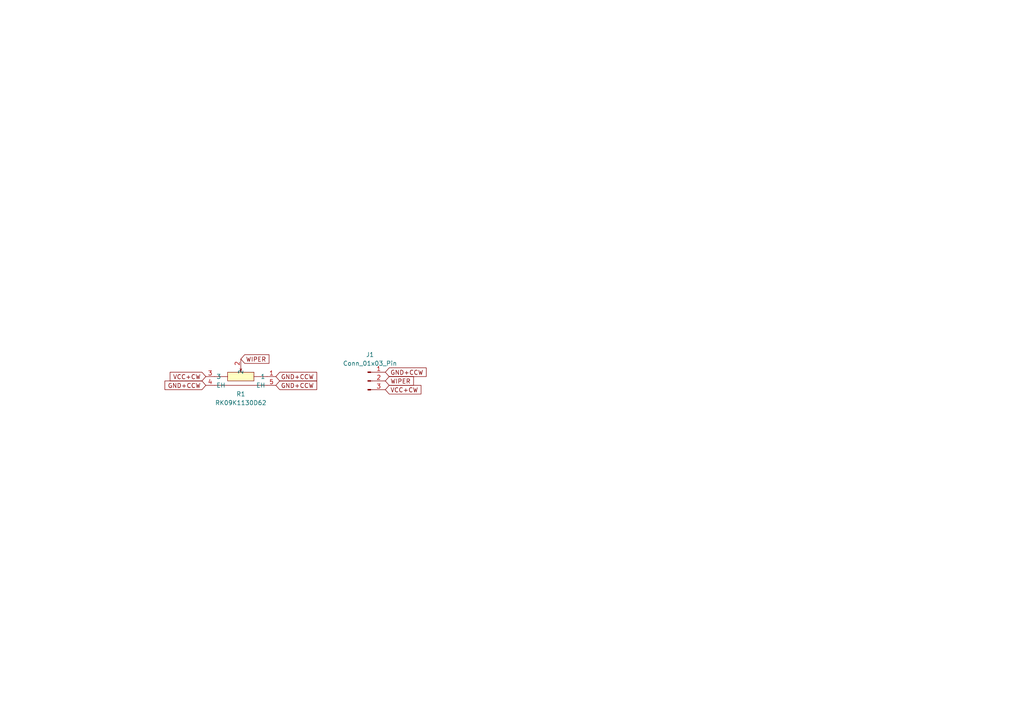
<source format=kicad_sch>
(kicad_sch (version 20250114) (generator "eeschema") (generator_version "9.0")
  (paper "A4")
  (title_block (title "Charge Potentiometer") (date "2026-02-20") (rev "Mk 0.1") (company "clectric.diy") (comment 1 "Copyright © 2026 clectric.diy Licensed under CERN-OHL-W v2") (comment 2 "Charles H. Leggett"))
  (lib_symbols
    (symbol "Connector:Conn_01x03_Pin" (pin_names (offset 1.016) (hide yes))
      (property "Reference" "J" (at 0 5.08 0))
      (property "Value" "Conn_01x03_Pin" (at 0 -5.08 0))
      (symbol "Conn_01x03_Pin_1_1"
        (rectangle (start 0.8636 2.667) (end 0 2.413) (stroke (width 0.1524)) (fill (type outline)))
        (rectangle (start 0.8636 0.127) (end 0 -0.127) (stroke (width 0.1524)) (fill (type outline)))
        (rectangle (start 0.8636 -2.413) (end 0 -2.667) (stroke (width 0.1524)) (fill (type outline)))
        (polyline (pts (xy 1.27 2.54) (xy 0.8636 2.54)) (stroke (width 0.1524)))
        (polyline (pts (xy 1.27 0) (xy 0.8636 0)) (stroke (width 0.1524)))
        (polyline (pts (xy 1.27 -2.54) (xy 0.8636 -2.54)) (stroke (width 0.1524)))
        (pin passive line (at 5.08 2.54 180) (length 3.81) (name "Pin_1") (number "1"))
        (pin passive line (at 5.08 0 180) (length 3.81) (name "Pin_2") (number "2"))
        (pin passive line (at 5.08 -2.54 180) (length 3.81) (name "Pin_3") (number "3"))
      )
    )
    (symbol "clectric-diy:RK09K1130A8G"
      (property "Reference" "R" (at 0 10.16 0))
      (property "Value" "RK09K1130A8G" (at 0 -7.62 0))
      (symbol "RK09K1130A8G_0_1"
        (polyline (pts (xy -7.62 -2.54) (xy 7.62 -2.54)))
        (rectangle (start -3.81 1.27) (end 3.81 -1.27) (fill (type background)))
        (polyline (pts (xy -3.81 0) (xy -7.62 0)))
        (polyline (pts (xy 0 2.54) (xy 0 2.54) (xy 0 1.27) (xy 0.25 2.29)))
        (polyline (pts (xy 0 1.27) (xy -0.25 2.29)))
        (polyline (pts (xy 3.81 0) (xy 7.62 0)))
        (pin unspecified line (at -10.16 0 0) (length 2.54) (name "3") (number "3"))
        (pin unspecified line (at -10.16 -2.54 0) (length 2.54) (name "EH") (number "4"))
        (pin unspecified line (at 0 5.08 270) (length 2.54) (name "2") (number "2"))
        (pin unspecified line (at 10.16 0 180) (length 2.54) (name "1") (number "1"))
        (pin unspecified line (at 10.16 -2.54 180) (length 2.54) (name "EH") (number "5"))
      )
    )
  )
  (global_label "WIPER" (shape input) (at 69.85 104.14 0) (property "Intersheetrefs" "${INTERSHEET_REFS}" (effects (hide yes))))
  (global_label "GND+CCW" (shape input) (at 111.76 107.95 0) (property "Intersheetrefs" "${INTERSHEET_REFS}" (effects (hide yes))))
  (global_label "GND+CCW" (shape input) (at 80.01 109.22 0) (property "Intersheetrefs" "${INTERSHEET_REFS}" (effects (hide yes))))
  (global_label "VCC+CW" (shape input) (at 111.76 113.03 0) (property "Intersheetrefs" "${INTERSHEET_REFS}" (effects (hide yes))))
  (global_label "GND+CCW" (shape input) (at 59.69 111.76 180) (property "Intersheetrefs" "${INTERSHEET_REFS}" (effects (hide yes))))
  (global_label "VCC+CW" (shape input) (at 59.69 109.22 180) (property "Intersheetrefs" "${INTERSHEET_REFS}" (effects (hide yes))))
  (global_label "GND+CCW" (shape input) (at 80.01 111.76 0) (property "Intersheetrefs" "${INTERSHEET_REFS}" (effects (hide yes))))
  (global_label "WIPER" (shape input) (at 111.76 110.49 0) (property "Intersheetrefs" "${INTERSHEET_REFS}" (effects (hide yes))))
  (symbol (lib_id "clectric-diy:RK09K1130A8G") (at 69.85 109.22 0) (unit 1)
    (property "Reference" "R1" (at 69.85 114.3 0))
    (property "Value" "RK09K1130D62" (at 69.85 116.84 0))
    (property "Footprint" "clectric-diy:RES-TH_RK09K113004U" (effects (hide yes)))
    (property "LCSC Part" "C470294" (effects (hide yes)))
  )
  (symbol (lib_id "Connector:Conn_01x03_Pin") (at 106.68 110.49 0) (unit 1)
    (property "Reference" "J1" (at 107.315 102.87 0))
    (property "Value" "Conn_01x03_Pin" (at 107.315 105.41 0))
    (property "Footprint" "Connector_PinHeader_2.54mm:PinHeader_1x03_P2.54mm_Vertical" (effects (hide yes)))
    (property "Description" "Generic connector, single row, 01x03, script generated" (effects (hide yes)))
  )
)
</source>
